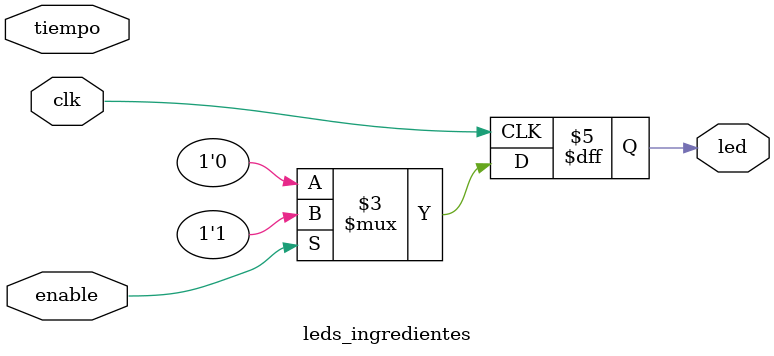
<source format=sv>
module leds_ingredientes (input logic clk, enable, tiempo,
								  output logic led);
 
	always_ff @(posedge clk)
		if (enable) 
			led = 1'b1;
		else
			led = 1'b0;
	 
endmodule 
</source>
